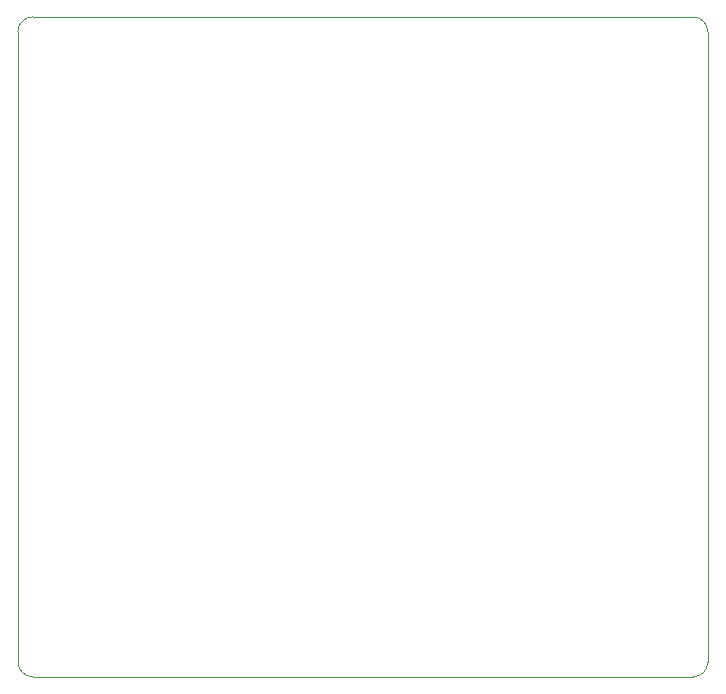
<source format=gbr>
%TF.GenerationSoftware,KiCad,Pcbnew,(6.0.1)*%
%TF.CreationDate,2022-01-30T20:50:49-08:00*%
%TF.ProjectId,Galvoamp,47616c76-6f61-46d7-902e-6b696361645f,rev?*%
%TF.SameCoordinates,Original*%
%TF.FileFunction,Profile,NP*%
%FSLAX46Y46*%
G04 Gerber Fmt 4.6, Leading zero omitted, Abs format (unit mm)*
G04 Created by KiCad (PCBNEW (6.0.1)) date 2022-01-30 20:50:49*
%MOMM*%
%LPD*%
G01*
G04 APERTURE LIST*
%TA.AperFunction,Profile*%
%ADD10C,0.100000*%
%TD*%
G04 APERTURE END LIST*
D10*
X101600000Y-72390000D02*
X101600000Y-125730000D01*
X158750000Y-71120000D02*
X102870000Y-71120000D01*
X160020000Y-72390000D02*
X160020000Y-125730000D01*
X158750000Y-127000000D02*
X102870000Y-127000000D01*
X101600000Y-125730000D02*
G75*
G03*
X102870000Y-127000000I1270000J0D01*
G01*
X158750000Y-127000000D02*
G75*
G03*
X160020000Y-125730000I0J1270000D01*
G01*
X102870000Y-71120000D02*
G75*
G03*
X101600000Y-72390000I0J-1270000D01*
G01*
X160020000Y-72390000D02*
G75*
G03*
X158750000Y-71120000I-1270000J0D01*
G01*
M02*

</source>
